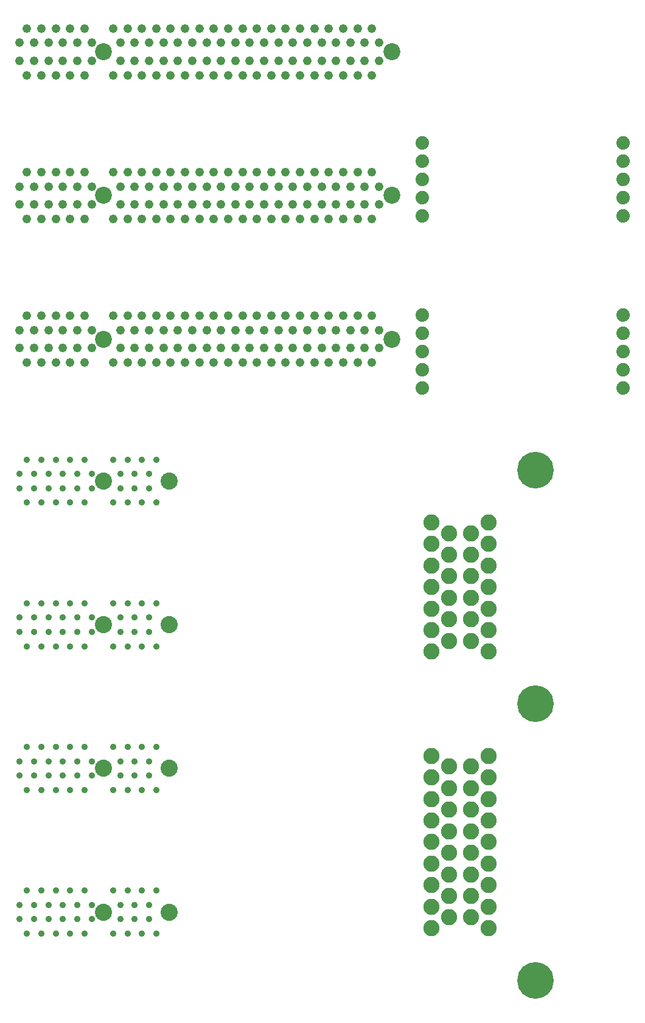
<source format=gbr>
%TF.GenerationSoftware,KiCad,Pcbnew,(7.0.0)*%
%TF.CreationDate,2023-03-21T21:59:13-07:00*%
%TF.ProjectId,backplane-concept,6261636b-706c-4616-9e65-2d636f6e6365,rev?*%
%TF.SameCoordinates,Original*%
%TF.FileFunction,Soldermask,Bot*%
%TF.FilePolarity,Negative*%
%FSLAX46Y46*%
G04 Gerber Fmt 4.6, Leading zero omitted, Abs format (unit mm)*
G04 Created by KiCad (PCBNEW (7.0.0)) date 2023-03-21 21:59:13*
%MOMM*%
%LPD*%
G01*
G04 APERTURE LIST*
%ADD10C,2.387600*%
%ADD11C,0.914400*%
%ADD12C,2.362200*%
%ADD13C,1.219200*%
%ADD14C,1.879600*%
%ADD15C,2.250000*%
%ADD16C,5.100000*%
G04 APERTURE END LIST*
D10*
%TO.C,J8*%
X71650000Y-161000001D03*
X80800000Y-161000001D03*
D11*
X60000000Y-160000000D03*
X60999999Y-158000001D03*
X61999999Y-160000000D03*
X63000001Y-158000001D03*
X64000000Y-160000000D03*
X64999999Y-158000001D03*
X66000001Y-160000000D03*
X67000000Y-158000001D03*
X67999999Y-160000000D03*
X68999999Y-158000001D03*
X70000000Y-160000000D03*
X73000000Y-158000001D03*
X73999999Y-160000000D03*
X75000001Y-158000001D03*
X76000000Y-160000000D03*
X76999999Y-158000001D03*
X78000001Y-160000000D03*
X79000001Y-158000001D03*
X59999999Y-162000001D03*
X61000000Y-164000002D03*
X62000001Y-162000001D03*
X62999999Y-164000002D03*
X63999999Y-162000001D03*
X65000000Y-164000002D03*
X66000000Y-162000001D03*
X67000001Y-164000002D03*
X67999999Y-162000001D03*
X68999999Y-164000002D03*
X70000000Y-162000001D03*
X73000000Y-164000002D03*
X74000001Y-162000001D03*
X74999999Y-164000002D03*
X75999999Y-162000001D03*
X77000000Y-164000002D03*
X78000000Y-162000001D03*
X79000001Y-164000002D03*
%TD*%
D12*
%TO.C,J4*%
X71649996Y-41250000D03*
X111800004Y-41250000D03*
D13*
X60000000Y-40000000D03*
X61000001Y-38000000D03*
X62000001Y-40000000D03*
X62999999Y-38000000D03*
X64000000Y-40000000D03*
X65000000Y-38000000D03*
X66000001Y-40000000D03*
X67000001Y-38000000D03*
X67999999Y-40000000D03*
X69000000Y-38000000D03*
X70000000Y-40000000D03*
X73000001Y-38000000D03*
X74000001Y-40000000D03*
X74999999Y-38000000D03*
X76000000Y-40000000D03*
X77000000Y-38000000D03*
X78000001Y-40000000D03*
X78999999Y-38000000D03*
X80000000Y-40000000D03*
X81000000Y-38000000D03*
X82000001Y-40000000D03*
X83000001Y-38000000D03*
X83999999Y-40000000D03*
X85000000Y-38000000D03*
X86000000Y-40000000D03*
X87000001Y-38000000D03*
X88000001Y-40000000D03*
X88999999Y-38000000D03*
X90000000Y-40000000D03*
X91000000Y-38000000D03*
X92000001Y-40000000D03*
X93000002Y-38000000D03*
X94000000Y-40000000D03*
X95000000Y-38000000D03*
X96000001Y-40000000D03*
X97000001Y-38000000D03*
X97999999Y-40000000D03*
X99000000Y-38000000D03*
X100000000Y-40000000D03*
X101000001Y-38000000D03*
X102000001Y-40000000D03*
X102999999Y-38000000D03*
X104000000Y-40000000D03*
X105000000Y-38000000D03*
X106000001Y-40000000D03*
X107000001Y-38000000D03*
X107999999Y-40000000D03*
X109000000Y-38000000D03*
X110000001Y-40000000D03*
X60000000Y-42500000D03*
X61000001Y-44500000D03*
X62000001Y-42500000D03*
X62999999Y-44500000D03*
X64000000Y-42500000D03*
X65000000Y-44500000D03*
X66000001Y-42500000D03*
X67000001Y-44500000D03*
X67999999Y-42500000D03*
X69000000Y-44500000D03*
X70000000Y-42500000D03*
X73000001Y-44500000D03*
X74000001Y-42500000D03*
X74999999Y-44500000D03*
X76000000Y-42500000D03*
X77000000Y-44500000D03*
X78000001Y-42500000D03*
X78999999Y-44500000D03*
X80000000Y-42500000D03*
X81000000Y-44500000D03*
X82000001Y-42500000D03*
X83000001Y-44500000D03*
X83999999Y-42500000D03*
X85000000Y-44500000D03*
X86000000Y-42500000D03*
X87000001Y-44500000D03*
X88000001Y-42500000D03*
X88999999Y-44500000D03*
X90000000Y-42500000D03*
X91000000Y-44500000D03*
X92000001Y-42500000D03*
X93000002Y-44500000D03*
X94000000Y-42500000D03*
X95000000Y-44500000D03*
X96000001Y-42500000D03*
X97000001Y-44500000D03*
X97999999Y-42500000D03*
X99000000Y-44500000D03*
X100000000Y-42500000D03*
X101000001Y-44500000D03*
X102000001Y-42500000D03*
X102999999Y-44500000D03*
X104000000Y-42500000D03*
X105000000Y-44500000D03*
X106000001Y-42500000D03*
X107000001Y-44500000D03*
X107999999Y-42500000D03*
X109000000Y-44500000D03*
X110000001Y-42500000D03*
%TD*%
D10*
%TO.C,J7*%
X71650000Y-141000001D03*
X80800000Y-141000001D03*
D11*
X60000000Y-140000000D03*
X60999999Y-138000001D03*
X61999999Y-140000000D03*
X63000001Y-138000001D03*
X64000000Y-140000000D03*
X64999999Y-138000001D03*
X66000001Y-140000000D03*
X67000000Y-138000001D03*
X67999999Y-140000000D03*
X68999999Y-138000001D03*
X70000000Y-140000000D03*
X73000000Y-138000001D03*
X73999999Y-140000000D03*
X75000001Y-138000001D03*
X76000000Y-140000000D03*
X76999999Y-138000001D03*
X78000001Y-140000000D03*
X79000001Y-138000001D03*
X59999999Y-142000001D03*
X61000000Y-144000002D03*
X62000001Y-142000001D03*
X62999999Y-144000002D03*
X63999999Y-142000001D03*
X65000000Y-144000002D03*
X66000000Y-142000001D03*
X67000001Y-144000002D03*
X67999999Y-142000001D03*
X68999999Y-144000002D03*
X70000000Y-142000001D03*
X73000000Y-144000002D03*
X74000001Y-142000001D03*
X74999999Y-144000002D03*
X75999999Y-142000001D03*
X77000000Y-144000002D03*
X78000000Y-142000001D03*
X79000001Y-144000002D03*
%TD*%
D12*
%TO.C,J3*%
X71649996Y-61250000D03*
X111800004Y-61250000D03*
D13*
X60000000Y-60000000D03*
X61000001Y-58000000D03*
X62000001Y-60000000D03*
X62999999Y-58000000D03*
X64000000Y-60000000D03*
X65000000Y-58000000D03*
X66000001Y-60000000D03*
X67000001Y-58000000D03*
X67999999Y-60000000D03*
X69000000Y-58000000D03*
X70000000Y-60000000D03*
X73000001Y-58000000D03*
X74000001Y-60000000D03*
X74999999Y-58000000D03*
X76000000Y-60000000D03*
X77000000Y-58000000D03*
X78000001Y-60000000D03*
X78999999Y-58000000D03*
X80000000Y-60000000D03*
X81000000Y-58000000D03*
X82000001Y-60000000D03*
X83000001Y-58000000D03*
X83999999Y-60000000D03*
X85000000Y-58000000D03*
X86000000Y-60000000D03*
X87000001Y-58000000D03*
X88000001Y-60000000D03*
X88999999Y-58000000D03*
X90000000Y-60000000D03*
X91000000Y-58000000D03*
X92000001Y-60000000D03*
X93000002Y-58000000D03*
X94000000Y-60000000D03*
X95000000Y-58000000D03*
X96000001Y-60000000D03*
X97000001Y-58000000D03*
X97999999Y-60000000D03*
X99000000Y-58000000D03*
X100000000Y-60000000D03*
X101000001Y-58000000D03*
X102000001Y-60000000D03*
X102999999Y-58000000D03*
X104000000Y-60000000D03*
X105000000Y-58000000D03*
X106000001Y-60000000D03*
X107000001Y-58000000D03*
X107999999Y-60000000D03*
X109000000Y-58000000D03*
X110000001Y-60000000D03*
X60000000Y-62500000D03*
X61000001Y-64500000D03*
X62000001Y-62500000D03*
X62999999Y-64500000D03*
X64000000Y-62500000D03*
X65000000Y-64500000D03*
X66000001Y-62500000D03*
X67000001Y-64500000D03*
X67999999Y-62500000D03*
X69000000Y-64500000D03*
X70000000Y-62500000D03*
X73000001Y-64500000D03*
X74000001Y-62500000D03*
X74999999Y-64500000D03*
X76000000Y-62500000D03*
X77000000Y-64500000D03*
X78000001Y-62500000D03*
X78999999Y-64500000D03*
X80000000Y-62500000D03*
X81000000Y-64500000D03*
X82000001Y-62500000D03*
X83000001Y-64500000D03*
X83999999Y-62500000D03*
X85000000Y-64500000D03*
X86000000Y-62500000D03*
X87000001Y-64500000D03*
X88000001Y-62500000D03*
X88999999Y-64500000D03*
X90000000Y-62500000D03*
X91000000Y-64500000D03*
X92000001Y-62500000D03*
X93000002Y-64500000D03*
X94000000Y-62500000D03*
X95000000Y-64500000D03*
X96000001Y-62500000D03*
X97000001Y-64500000D03*
X97999999Y-62500000D03*
X99000000Y-64500000D03*
X100000000Y-62500000D03*
X101000001Y-64500000D03*
X102000001Y-62500000D03*
X102999999Y-64500000D03*
X104000000Y-62500000D03*
X105000000Y-64500000D03*
X106000001Y-62500000D03*
X107000001Y-64500000D03*
X107999999Y-62500000D03*
X109000000Y-64500000D03*
X110000001Y-62500000D03*
%TD*%
D12*
%TO.C,J2*%
X71649996Y-81250000D03*
X111800004Y-81250000D03*
D13*
X60000000Y-80000000D03*
X61000001Y-78000000D03*
X62000001Y-80000000D03*
X62999999Y-78000000D03*
X64000000Y-80000000D03*
X65000000Y-78000000D03*
X66000001Y-80000000D03*
X67000001Y-78000000D03*
X67999999Y-80000000D03*
X69000000Y-78000000D03*
X70000000Y-80000000D03*
X73000001Y-78000000D03*
X74000001Y-80000000D03*
X74999999Y-78000000D03*
X76000000Y-80000000D03*
X77000000Y-78000000D03*
X78000001Y-80000000D03*
X78999999Y-78000000D03*
X80000000Y-80000000D03*
X81000000Y-78000000D03*
X82000001Y-80000000D03*
X83000001Y-78000000D03*
X83999999Y-80000000D03*
X85000000Y-78000000D03*
X86000000Y-80000000D03*
X87000001Y-78000000D03*
X88000001Y-80000000D03*
X88999999Y-78000000D03*
X90000000Y-80000000D03*
X91000000Y-78000000D03*
X92000001Y-80000000D03*
X93000002Y-78000000D03*
X94000000Y-80000000D03*
X95000000Y-78000000D03*
X96000001Y-80000000D03*
X97000001Y-78000000D03*
X97999999Y-80000000D03*
X99000000Y-78000000D03*
X100000000Y-80000000D03*
X101000001Y-78000000D03*
X102000001Y-80000000D03*
X102999999Y-78000000D03*
X104000000Y-80000000D03*
X105000000Y-78000000D03*
X106000001Y-80000000D03*
X107000001Y-78000000D03*
X107999999Y-80000000D03*
X109000000Y-78000000D03*
X110000001Y-80000000D03*
X60000000Y-82500000D03*
X61000001Y-84500000D03*
X62000001Y-82500000D03*
X62999999Y-84500000D03*
X64000000Y-82500000D03*
X65000000Y-84500000D03*
X66000001Y-82500000D03*
X67000001Y-84500000D03*
X67999999Y-82500000D03*
X69000000Y-84500000D03*
X70000000Y-82500000D03*
X73000001Y-84500000D03*
X74000001Y-82500000D03*
X74999999Y-84500000D03*
X76000000Y-82500000D03*
X77000000Y-84500000D03*
X78000001Y-82500000D03*
X78999999Y-84500000D03*
X80000000Y-82500000D03*
X81000000Y-84500000D03*
X82000001Y-82500000D03*
X83000001Y-84500000D03*
X83999999Y-82500000D03*
X85000000Y-84500000D03*
X86000000Y-82500000D03*
X87000001Y-84500000D03*
X88000001Y-82500000D03*
X88999999Y-84500000D03*
X90000000Y-82500000D03*
X91000000Y-84500000D03*
X92000001Y-82500000D03*
X93000002Y-84500000D03*
X94000000Y-82500000D03*
X95000000Y-84500000D03*
X96000001Y-82500000D03*
X97000001Y-84500000D03*
X97999999Y-82500000D03*
X99000000Y-84500000D03*
X100000000Y-82500000D03*
X101000001Y-84500000D03*
X102000001Y-82500000D03*
X102999999Y-84500000D03*
X104000000Y-82500000D03*
X105000000Y-84500000D03*
X106000001Y-82500000D03*
X107000001Y-84500000D03*
X107999999Y-82500000D03*
X109000000Y-84500000D03*
X110000001Y-82500000D03*
%TD*%
D10*
%TO.C,J6*%
X71650000Y-121000001D03*
X80800000Y-121000001D03*
D11*
X60000000Y-120000000D03*
X60999999Y-118000001D03*
X61999999Y-120000000D03*
X63000001Y-118000001D03*
X64000000Y-120000000D03*
X64999999Y-118000001D03*
X66000001Y-120000000D03*
X67000000Y-118000001D03*
X67999999Y-120000000D03*
X68999999Y-118000001D03*
X70000000Y-120000000D03*
X73000000Y-118000001D03*
X73999999Y-120000000D03*
X75000001Y-118000001D03*
X76000000Y-120000000D03*
X76999999Y-118000001D03*
X78000001Y-120000000D03*
X79000001Y-118000001D03*
X59999999Y-122000001D03*
X61000000Y-124000002D03*
X62000001Y-122000001D03*
X62999999Y-124000002D03*
X63999999Y-122000001D03*
X65000000Y-124000002D03*
X66000000Y-122000001D03*
X67000001Y-124000002D03*
X67999999Y-122000001D03*
X68999999Y-124000002D03*
X70000000Y-122000001D03*
X73000000Y-124000002D03*
X74000001Y-122000001D03*
X74999999Y-124000002D03*
X75999999Y-122000001D03*
X77000000Y-124000002D03*
X78000000Y-122000001D03*
X79000001Y-124000002D03*
%TD*%
D14*
%TO.C,U2*%
X143970000Y-64080000D03*
X143970000Y-61540000D03*
X143970000Y-59000000D03*
X143970000Y-56460000D03*
X143970000Y-53920000D03*
X116030000Y-53920000D03*
X116030000Y-56460000D03*
X116030000Y-59000000D03*
X116030000Y-61540000D03*
X116030000Y-64080000D03*
%TD*%
D15*
%TO.C,J1*%
X117250000Y-163250000D03*
X117250000Y-160250000D03*
X117250000Y-157250000D03*
X117250000Y-154250000D03*
X117250000Y-151250000D03*
X117250000Y-148250000D03*
X117250000Y-145250000D03*
X117250000Y-142250000D03*
X117250000Y-139250000D03*
X119750000Y-161750000D03*
X119750000Y-158750000D03*
X119750000Y-155750000D03*
X119750000Y-152750000D03*
X119750000Y-149750000D03*
X119750000Y-146750000D03*
X119750000Y-143750000D03*
X119750000Y-140750000D03*
X122750000Y-161750000D03*
X122750000Y-158750000D03*
X122750000Y-155750000D03*
X122750000Y-152750000D03*
X122750000Y-149750000D03*
X122750000Y-146750000D03*
X122750000Y-143750000D03*
X122750000Y-140750000D03*
X125250000Y-163250000D03*
X125250000Y-160250000D03*
X125250000Y-157250000D03*
X125250000Y-154250000D03*
X125250000Y-151250000D03*
X125250000Y-148250000D03*
X125250000Y-145250000D03*
X125250000Y-142250000D03*
X125250000Y-139250000D03*
X117250000Y-124750000D03*
X117250000Y-121750000D03*
X117250000Y-118750000D03*
X117250000Y-115750000D03*
X117250000Y-112750000D03*
X117250000Y-109750000D03*
X117250000Y-106750000D03*
X119750000Y-123250000D03*
X119750000Y-120250000D03*
X119750000Y-117250000D03*
X119750000Y-114250000D03*
X119750000Y-111250000D03*
X119750000Y-108250000D03*
X122750000Y-123250000D03*
X122750000Y-120250000D03*
X122750000Y-117250000D03*
X122750000Y-114250000D03*
X122750000Y-111250000D03*
X122750000Y-108250000D03*
X125250000Y-124750000D03*
X125250000Y-121750000D03*
X125250000Y-118750000D03*
X125250000Y-115750000D03*
X125250000Y-112750000D03*
X125250000Y-109750000D03*
X125250000Y-106750000D03*
D16*
X131750000Y-170500000D03*
X131750000Y-132000000D03*
X131750000Y-99500000D03*
%TD*%
D14*
%TO.C,U1*%
X143970000Y-88080000D03*
X143970000Y-85540000D03*
X143970000Y-83000000D03*
X143970000Y-80460000D03*
X143970000Y-77920000D03*
X116030000Y-77920000D03*
X116030000Y-80460000D03*
X116030000Y-83000000D03*
X116030000Y-85540000D03*
X116030000Y-88080000D03*
%TD*%
D10*
%TO.C,J5*%
X71650000Y-101000001D03*
X80800000Y-101000001D03*
D11*
X60000000Y-100000000D03*
X60999999Y-98000001D03*
X61999999Y-100000000D03*
X63000001Y-98000001D03*
X64000000Y-100000000D03*
X64999999Y-98000001D03*
X66000001Y-100000000D03*
X67000000Y-98000001D03*
X67999999Y-100000000D03*
X68999999Y-98000001D03*
X70000000Y-100000000D03*
X73000000Y-98000001D03*
X73999999Y-100000000D03*
X75000001Y-98000001D03*
X76000000Y-100000000D03*
X76999999Y-98000001D03*
X78000001Y-100000000D03*
X79000001Y-98000001D03*
X59999999Y-102000001D03*
X61000000Y-104000002D03*
X62000001Y-102000001D03*
X62999999Y-104000002D03*
X63999999Y-102000001D03*
X65000000Y-104000002D03*
X66000000Y-102000001D03*
X67000001Y-104000002D03*
X67999999Y-102000001D03*
X68999999Y-104000002D03*
X70000000Y-102000001D03*
X73000000Y-104000002D03*
X74000001Y-102000001D03*
X74999999Y-104000002D03*
X75999999Y-102000001D03*
X77000000Y-104000002D03*
X78000000Y-102000001D03*
X79000001Y-104000002D03*
%TD*%
M02*

</source>
